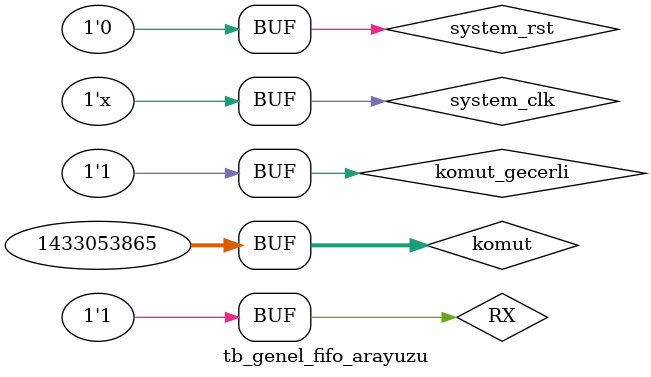
<source format=v>
`timescale 1ns / 1ps


module tb_genel_fifo_arayuzu(

    );
    reg system_clk,system_rst;
    reg [31:0] komut;
    reg komut_gecerli;
    reg veri_hazir;
    reg RX;
    wire TX;
    wire komut_hazir;
    wire  [31:0] veri;
    wire veri_gecerli;
    genel_fifo_arayuzu uut (system_clk,system_rst,komut,komut_gecerli,veri_hazir,RX,TX,komut_hazir,veri,veri_gecerli);
    always begin
        system_clk = ~system_clk; #5;
    end
    
    initial begin
        system_clk=1;
        system_rst=0;
    //    komut=32'b01110001010101010101010101010000; komut_gecerli=1; #250;
      // komut=32'b01010101101010101010101010101000; komut_gecerli=1;   #250;
        komut=32'b01010101011010101010101010101001; komut_gecerli=1;   #10;
        RX=0;#20;RX=1;#20;RX=0;#20;RX=1;#20;RX=0;#20;RX=1;#20;RX=0;#20;RX=1;#20;RX=0;#20; RX=0; #20; RX=1;
 
 //       komut=32'b01010101101010101010101010101000; komut_gecerli=1;   #250;
    end 
endmodule

</source>
